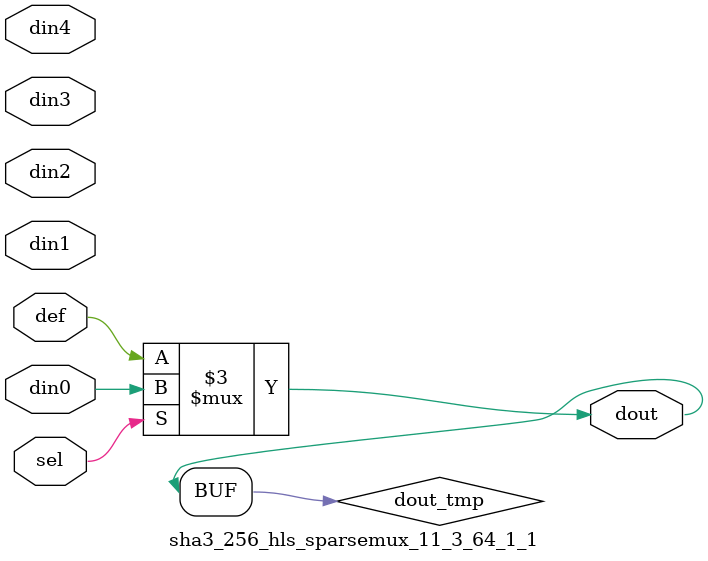
<source format=v>
`timescale 1ns / 1ps

module sha3_256_hls_sparsemux_11_3_64_1_1 (din0,din1,din2,din3,din4,def,sel,dout);

parameter din0_WIDTH = 1;

parameter din1_WIDTH = 1;

parameter din2_WIDTH = 1;

parameter din3_WIDTH = 1;

parameter din4_WIDTH = 1;

parameter def_WIDTH = 1;
parameter sel_WIDTH = 1;
parameter dout_WIDTH = 1;

parameter [sel_WIDTH-1:0] CASE0 = 1;

parameter [sel_WIDTH-1:0] CASE1 = 1;

parameter [sel_WIDTH-1:0] CASE2 = 1;

parameter [sel_WIDTH-1:0] CASE3 = 1;

parameter [sel_WIDTH-1:0] CASE4 = 1;

parameter ID = 1;
parameter NUM_STAGE = 1;



input [din0_WIDTH-1:0] din0;

input [din1_WIDTH-1:0] din1;

input [din2_WIDTH-1:0] din2;

input [din3_WIDTH-1:0] din3;

input [din4_WIDTH-1:0] din4;

input [def_WIDTH-1:0] def;
input [sel_WIDTH-1:0] sel;

output [dout_WIDTH-1:0] dout;



reg [dout_WIDTH-1:0] dout_tmp;


always @ (*) begin
(* parallel_case *) case (sel)
    
    CASE0 : dout_tmp = din0;
    
    CASE1 : dout_tmp = din1;
    
    CASE2 : dout_tmp = din2;
    
    CASE3 : dout_tmp = din3;
    
    CASE4 : dout_tmp = din4;
    
    default : dout_tmp = def;
endcase
end


assign dout = dout_tmp;



endmodule

</source>
